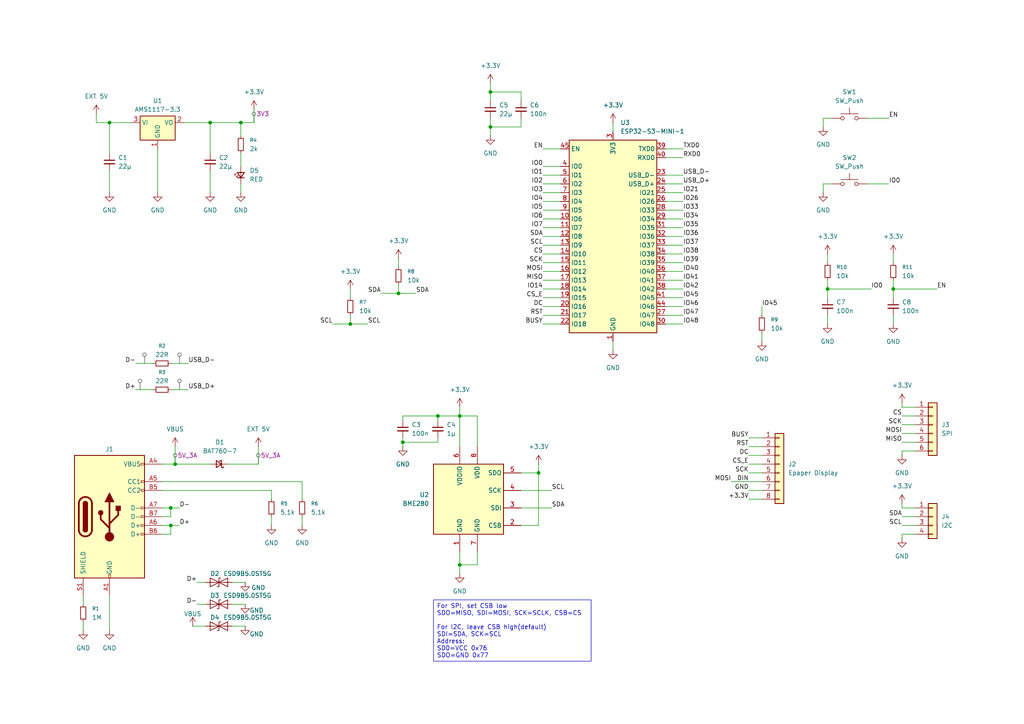
<source format=kicad_sch>
(kicad_sch (version 20250114) (generator "eeschema") (generator_version "9.0")
  (paper "A4")
  (lib_symbols
    (symbol "Connector:USB_C_Receptacle_USB2.0_14P" (pin_names (offset 1.016))
      (property "Reference" "J" (at 0 22.225 0))
      (property "Value" "USB_C_Receptacle_USB2.0_14P" (at 0 19.685 0))
      (symbol "USB_C_Receptacle_USB2.0_14P_1_1"
        (pin passive line (at -7.62 -22.86 90) (length 5.08) (name "SHIELD") (number "S1"))
        (pin passive line (at 0 -22.86 90) (length 5.08) (name "GND") (number "A1"))
        (pin passive line (at 0 -22.86 90) (length 5.08) (hide yes) (name "GND") (number "A12"))
        (pin passive line (at 0 -22.86 90) (length 5.08) (hide yes) (name "GND") (number "B1"))
        (pin passive line (at 0 -22.86 90) (length 5.08) (hide yes) (name "GND") (number "B12"))
        (pin passive line (at 15.24 15.24 180) (length 5.08) (name "VBUS") (number "A4"))
        (pin passive line (at 15.24 15.24 180) (length 5.08) (hide yes) (name "VBUS") (number "A9"))
        (pin passive line (at 15.24 15.24 180) (length 5.08) (hide yes) (name "VBUS") (number "B4"))
        (pin passive line (at 15.24 15.24 180) (length 5.08) (hide yes) (name "VBUS") (number "B9"))
        (pin bidirectional line (at 15.24 10.16 180) (length 5.08) (name "CC1") (number "A5"))
        (pin bidirectional line (at 15.24 7.62 180) (length 5.08) (name "CC2") (number "B5"))
        (pin bidirectional line (at 15.24 2.54 180) (length 5.08) (name "D-") (number "A7"))
        (pin bidirectional line (at 15.24 0 180) (length 5.08) (name "D-") (number "B7"))
        (pin bidirectional line (at 15.24 -2.54 180) (length 5.08) (name "D+") (number "A6"))
        (pin bidirectional line (at 15.24 -5.08 180) (length 5.08) (name "D+") (number "B6"))
      )
    )
    (symbol "Connector_Generic:Conn_01x04" (pin_names (offset 1.016) (hide yes))
      (property "Reference" "J" (at 0 5.08 0))
      (property "Value" "Conn_01x04" (at 0 -7.62 0))
      (symbol "Conn_01x04_1_1"
        (pin passive line (at -5.08 2.54 0) (length 3.81) (name "Pin_1") (number "1"))
        (pin passive line (at -5.08 0 0) (length 3.81) (name "Pin_2") (number "2"))
        (pin passive line (at -5.08 -2.54 0) (length 3.81) (name "Pin_3") (number "3"))
        (pin passive line (at -5.08 -5.08 0) (length 3.81) (name "Pin_4") (number "4"))
      )
    )
    (symbol "Connector_Generic:Conn_01x06" (pin_names (offset 1.016) (hide yes))
      (property "Reference" "J" (at 0 7.62 0))
      (property "Value" "Conn_01x06" (at 0 -10.16 0))
      (symbol "Conn_01x06_1_1"
        (pin passive line (at -5.08 5.08 0) (length 3.81) (name "Pin_1") (number "1"))
        (pin passive line (at -5.08 2.54 0) (length 3.81) (name "Pin_2") (number "2"))
        (pin passive line (at -5.08 0 0) (length 3.81) (name "Pin_3") (number "3"))
        (pin passive line (at -5.08 -2.54 0) (length 3.81) (name "Pin_4") (number "4"))
        (pin passive line (at -5.08 -5.08 0) (length 3.81) (name "Pin_5") (number "5"))
        (pin passive line (at -5.08 -7.62 0) (length 3.81) (name "Pin_6") (number "6"))
      )
    )
    (symbol "Connector_Generic:Conn_01x08" (pin_names (offset 1.016) (hide yes))
      (property "Reference" "J" (at 0 10.16 0))
      (property "Value" "Conn_01x08" (at 0 -12.7 0))
      (symbol "Conn_01x08_1_1"
        (pin passive line (at -5.08 7.62 0) (length 3.81) (name "Pin_1") (number "1"))
        (pin passive line (at -5.08 5.08 0) (length 3.81) (name "Pin_2") (number "2"))
        (pin passive line (at -5.08 2.54 0) (length 3.81) (name "Pin_3") (number "3"))
        (pin passive line (at -5.08 0 0) (length 3.81) (name "Pin_4") (number "4"))
        (pin passive line (at -5.08 -2.54 0) (length 3.81) (name "Pin_5") (number "5"))
        (pin passive line (at -5.08 -5.08 0) (length 3.81) (name "Pin_6") (number "6"))
        (pin passive line (at -5.08 -7.62 0) (length 3.81) (name "Pin_7") (number "7"))
        (pin passive line (at -5.08 -10.16 0) (length 3.81) (name "Pin_8") (number "8"))
      )
    )
    (symbol "Device:C_Small" (pin_numbers (hide yes)) (pin_names (offset 0.254) (hide yes))
      (property "Reference" "C" (at 0.254 1.778 0))
      (property "Value" "C_Small" (at 0.254 -2.032 0))
      (symbol "C_Small_1_1"
        (pin passive line (at 0 2.54 270) (length 2.032) (name "~") (number "1"))
        (pin passive line (at 0 -2.54 90) (length 2.032) (name "~") (number "2"))
      )
    )
    (symbol "Device:D_Schottky_Small" (pin_numbers (hide yes)) (pin_names (offset 0.254) (hide yes))
      (property "Reference" "D" (at -1.27 2.032 0))
      (property "Value" "D_Schottky_Small" (at -7.112 -2.032 0))
      (symbol "D_Schottky_Small_1_1"
        (pin passive line (at -2.54 0 0) (length 1.778) (name "K") (number "1"))
        (pin passive line (at 2.54 0 180) (length 1.778) (name "A") (number "2"))
      )
    )
    (symbol "Device:LED_Small" (pin_numbers (hide yes)) (pin_names (offset 0.254) (hide yes))
      (property "Reference" "D" (at -1.27 3.175 0))
      (property "Value" "LED_Small" (at -4.445 -2.54 0))
      (symbol "LED_Small_1_1"
        (pin passive line (at -2.54 0 0) (length 1.778) (name "K") (number "1"))
        (pin passive line (at 2.54 0 180) (length 1.778) (name "A") (number "2"))
      )
    )
    (symbol "Device:R_Small" (pin_numbers (hide yes)) (pin_names (offset 0.254) (hide yes))
      (property "Reference" "R" (at 0 0 90))
      (property "Value" "R_Small" (at 1.778 0 90))
      (symbol "R_Small_1_1"
        (pin passive line (at 0 2.54 270) (length 0.762) (name "~") (number "1"))
        (pin passive line (at 0 -2.54 90) (length 0.762) (name "~") (number "2"))
      )
    )
    (symbol "Diode:ESD9B5.0ST5G" (pin_numbers (hide yes)) (pin_names (offset 1.016) (hide yes))
      (property "Reference" "D" (at 0 2.54 0))
      (property "Value" "ESD9B5.0ST5G" (at 0 -2.54 0))
      (symbol "ESD9B5.0ST5G_1_1"
        (pin passive line (at -3.81 0 0) (length 2.54) (name "A1") (number "1"))
        (pin passive line (at 3.81 0 180) (length 2.54) (name "A2") (number "2"))
      )
    )
    (symbol "RF_Module:ESP32-S3-MINI-1"
      (property "Reference" "U" (at -11.43 29.21 0))
      (property "Value" "ESP32-S3-MINI-1" (at 12.7 29.21 0))
      (symbol "ESP32-S3-MINI-1_1_1"
        (pin input line (at -15.24 25.4 0) (length 2.54) (name "EN") (number "45"))
        (pin bidirectional line (at -15.24 20.32 0) (length 2.54) (name "IO0") (number "4"))
        (pin bidirectional line (at -15.24 17.78 0) (length 2.54) (name "IO1") (number "5"))
        (pin bidirectional line (at -15.24 15.24 0) (length 2.54) (name "IO2") (number "6"))
        (pin bidirectional line (at -15.24 12.7 0) (length 2.54) (name "IO3") (number "7"))
        (pin bidirectional line (at -15.24 10.16 0) (length 2.54) (name "IO4") (number "8"))
        (pin bidirectional line (at -15.24 7.62 0) (length 2.54) (name "IO5") (number "9"))
        (pin bidirectional line (at -15.24 5.08 0) (length 2.54) (name "IO6") (number "10"))
        (pin bidirectional line (at -15.24 2.54 0) (length 2.54) (name "IO7") (number "11"))
        (pin bidirectional line (at -15.24 0 0) (length 2.54) (name "IO8") (number "12"))
        (pin bidirectional line (at -15.24 -2.54 0) (length 2.54) (name "IO9") (number "13"))
        (pin bidirectional line (at -15.24 -5.08 0) (length 2.54) (name "IO10") (number "14"))
        (pin bidirectional line (at -15.24 -7.62 0) (length 2.54) (name "IO11") (number "15"))
        (pin bidirectional line (at -15.24 -10.16 0) (length 2.54) (name "IO12") (number "16"))
        (pin bidirectional line (at -15.24 -12.7 0) (length 2.54) (name "IO13") (number "17"))
        (pin bidirectional line (at -15.24 -15.24 0) (length 2.54) (name "IO14") (number "18"))
        (pin bidirectional line (at -15.24 -17.78 0) (length 2.54) (name "IO15") (number "19"))
        (pin bidirectional line (at -15.24 -20.32 0) (length 2.54) (name "IO16") (number "20"))
        (pin bidirectional line (at -15.24 -22.86 0) (length 2.54) (name "IO17") (number "21"))
        (pin bidirectional line (at -15.24 -25.4 0) (length 2.54) (name "IO18") (number "22"))
        (pin power_in line (at 0 30.48 270) (length 2.54) (name "3V3") (number "3"))
        (pin power_in line (at 0 -30.48 90) (length 2.54) (name "GND") (number "1"))
        (pin passive line (at 0 -30.48 90) (length 2.54) (hide yes) (name "GND") (number "2"))
        (pin passive line (at 0 -30.48 90) (length 2.54) (hide yes) (name "GND") (number "42"))
        (pin passive line (at 0 -30.48 90) (length 2.54) (hide yes) (name "GND") (number "43"))
        (pin passive line (at 0 -30.48 90) (length 2.54) (hide yes) (name "GND") (number "46"))
        (pin passive line (at 0 -30.48 90) (length 2.54) (hide yes) (name "GND") (number "47"))
        (pin passive line (at 0 -30.48 90) (length 2.54) (hide yes) (name "GND") (number "48"))
        (pin passive line (at 0 -30.48 90) (length 2.54) (hide yes) (name "GND") (number "49"))
        (pin passive line (at 0 -30.48 90) (length 2.54) (hide yes) (name "GND") (number "50"))
        (pin passive line (at 0 -30.48 90) (length 2.54) (hide yes) (name "GND") (number "51"))
        (pin passive line (at 0 -30.48 90) (length 2.54) (hide yes) (name "GND") (number "52"))
        (pin passive line (at 0 -30.48 90) (length 2.54) (hide yes) (name "GND") (number "53"))
        (pin passive line (at 0 -30.48 90) (length 2.54) (hide yes) (name "GND") (number "54"))
        (pin passive line (at 0 -30.48 90) (length 2.54) (hide yes) (name "GND") (number "55"))
        (pin passive line (at 0 -30.48 90) (length 2.54) (hide yes) (name "GND") (number "56"))
        (pin passive line (at 0 -30.48 90) (length 2.54) (hide yes) (name "GND") (number "57"))
        (pin passive line (at 0 -30.48 90) (length 2.54) (hide yes) (name "GND") (number "58"))
        (pin passive line (at 0 -30.48 90) (length 2.54) (hide yes) (name "GND") (number "59"))
        (pin passive line (at 0 -30.48 90) (length 2.54) (hide yes) (name "GND") (number "60"))
        (pin passive line (at 0 -30.48 90) (length 2.54) (hide yes) (name "GND") (number "61"))
        (pin passive line (at 0 -30.48 90) (length 2.54) (hide yes) (name "GND") (number "62"))
        (pin passive line (at 0 -30.48 90) (length 2.54) (hide yes) (name "GND") (number "63"))
        (pin passive line (at 0 -30.48 90) (length 2.54) (hide yes) (name "GND") (number "64"))
        (pin passive line (at 0 -30.48 90) (length 2.54) (hide yes) (name "GND") (number "65"))
        (pin bidirectional line (at 15.24 25.4 180) (length 2.54) (name "TXD0") (number "39"))
        (pin bidirectional line (at 15.24 22.86 180) (length 2.54) (name "RXD0") (number "40"))
        (pin bidirectional line (at 15.24 17.78 180) (length 2.54) (name "USB_D-") (number "23"))
        (pin bidirectional line (at 15.24 15.24 180) (length 2.54) (name "USB_D+") (number "24"))
        (pin bidirectional line (at 15.24 12.7 180) (length 2.54) (name "IO21") (number "25"))
        (pin bidirectional line (at 15.24 10.16 180) (length 2.54) (name "IO26") (number "26"))
        (pin bidirectional line (at 15.24 7.62 180) (length 2.54) (name "IO33") (number "28"))
        (pin bidirectional line (at 15.24 5.08 180) (length 2.54) (name "IO34") (number "29"))
        (pin bidirectional line (at 15.24 2.54 180) (length 2.54) (name "IO35") (number "31"))
        (pin bidirectional line (at 15.24 0 180) (length 2.54) (name "IO36") (number "32"))
        (pin bidirectional line (at 15.24 -2.54 180) (length 2.54) (name "IO37") (number "33"))
        (pin bidirectional line (at 15.24 -5.08 180) (length 2.54) (name "IO38") (number "34"))
        (pin bidirectional line (at 15.24 -7.62 180) (length 2.54) (name "IO39") (number "35"))
        (pin bidirectional line (at 15.24 -10.16 180) (length 2.54) (name "IO40") (number "36"))
        (pin bidirectional line (at 15.24 -12.7 180) (length 2.54) (name "IO41") (number "37"))
        (pin bidirectional line (at 15.24 -15.24 180) (length 2.54) (name "IO42") (number "38"))
        (pin bidirectional line (at 15.24 -17.78 180) (length 2.54) (name "IO45") (number "41"))
        (pin bidirectional line (at 15.24 -20.32 180) (length 2.54) (name "IO46") (number "44"))
        (pin bidirectional line (at 15.24 -22.86 180) (length 2.54) (name "IO47") (number "27"))
        (pin bidirectional line (at 15.24 -25.4 180) (length 2.54) (name "IO48") (number "30"))
      )
    )
    (symbol "Regulator_Linear:AMS1117-3.3"
      (property "Reference" "U" (at -3.81 3.175 0))
      (property "Value" "AMS1117-3.3" (at 0 3.175 0))
      (symbol "AMS1117-3.3_1_1"
        (pin power_in line (at -7.62 0 0) (length 2.54) (name "VI") (number "3"))
        (pin power_in line (at 0 -7.62 90) (length 2.54) (name "GND") (number "1"))
        (pin power_out line (at 7.62 0 180) (length 2.54) (name "VO") (number "2"))
      )
    )
    (symbol "Sensor:BME280"
      (property "Reference" "U" (at -8.89 11.43 0))
      (property "Value" "BME280" (at 7.62 11.43 0))
      (symbol "BME280_1_1"
        (pin power_in line (at -2.54 15.24 270) (length 5.08) (name "VDDIO") (number "6"))
        (pin power_in line (at -2.54 -15.24 90) (length 5.08) (name "GND") (number "1"))
        (pin power_in line (at 2.54 15.24 270) (length 5.08) (name "VDD") (number "8"))
        (pin power_in line (at 2.54 -15.24 90) (length 5.08) (name "GND") (number "7"))
        (pin bidirectional line (at 15.24 7.62 180) (length 5.08) (name "SDO") (number "5"))
        (pin input line (at 15.24 2.54 180) (length 5.08) (name "SCK") (number "4"))
        (pin bidirectional line (at 15.24 -2.54 180) (length 5.08) (name "SDI") (number "3"))
        (pin input line (at 15.24 -7.62 180) (length 5.08) (name "CSB") (number "2"))
      )
    )
    (symbol "Switch:SW_Push" (pin_numbers (hide yes)) (pin_names (offset 1.016) (hide yes))
      (property "Reference" "SW" (at 1.27 2.54 0))
      (property "Value" "SW_Push" (at 0 -1.524 0))
      (symbol "SW_Push_0_1"
        (pin passive line (at -5.08 0 0) (length 2.54) (name "1") (number "1"))
        (pin passive line (at 5.08 0 180) (length 2.54) (name "2") (number "2"))
      )
    )
    (symbol "power:+3.3V" (power) (pin_numbers (hide yes)) (pin_names (offset 0) (hide yes))
      (property "Value" "+3.3V" (at 0 3.556 0))
      (symbol "+3.3V_1_1"
        (pin power_in line (at 0 0 90) (length 0) (name "~") (number "1"))
      )
    )
    (symbol "power:GND" (power) (pin_numbers (hide yes)) (pin_names (offset 0) (hide yes))
      (property "Value" "GND" (at 0 -3.81 0))
      (symbol "GND_1_1"
        (pin power_in line (at 0 0 270) (length 0) (name "~") (number "1"))
      )
    )
    (symbol "power:LINE" (power) (pin_numbers (hide yes)) (pin_names (offset 0) (hide yes))
      (property "Value" "LINE" (at 0 3.556 0))
      (symbol "LINE_1_1"
        (pin power_in line (at 0 0 90) (length 0) (name "~") (number "1"))
      )
    )
    (symbol "power:VBUS" (power) (pin_numbers (hide yes)) (pin_names (offset 0) (hide yes))
      (property "Value" "VBUS" (at 0 3.556 0))
      (symbol "VBUS_1_1"
        (pin power_in line (at 0 0 90) (length 0) (name "~") (number "1"))
      )
    )
  )
  (text_box "For SPI, set CSB low\nSDO=MISO, SDI=MOSI, SCK=SCLK, CSB=CS\n\nFor I2C, leave CSB high(default)\nSDI=SDA, SCK=SCL\nAddress:\nSD0=VCC 0x76\nSDO=GND 0x77" (at 125.73 173.99 0) (size 45.72 17.78) (margins 0.9525 0.9525 0.9525 0.9525) (effects (font (size 1.27 1.27)) (justify left top)))
  (junction (at 115.57 85.09))
  (junction (at 156.21 137.16))
  (junction (at 116.84 128.27))
  (junction (at 31.75 35.56))
  (junction (at 50.8 134.62))
  (junction (at 49.53 152.4))
  (junction (at 142.24 36.83))
  (junction (at 259.08 83.82))
  (junction (at 101.6 93.98))
  (junction (at 60.96 35.56))
  (junction (at 133.35 120.65))
  (junction (at 49.53 147.32))
  (junction (at 69.85 35.56))
  (junction (at 142.24 26.67))
  (junction (at 240.03 83.82))
  (junction (at 133.35 163.83))
  (junction (at 127 120.65))
  (wire (pts (xy 193.04 66.04) (xy 198.12 66.04)))
  (wire (pts (xy 156.21 137.16) (xy 156.21 152.4)))
  (wire (pts (xy 151.13 147.32) (xy 160.02 147.32)))
  (wire (pts (xy 261.62 123.19) (xy 265.43 123.19)))
  (wire (pts (xy 240.03 73.66) (xy 240.03 76.2)))
  (wire (pts (xy 162.56 93.98) (xy 157.48 93.98)))
  (wire (pts (xy 261.62 156.21) (xy 261.62 154.94)))
  (wire (pts (xy 251.46 34.29) (xy 257.81 34.29)))
  (wire (pts (xy 240.03 81.28) (xy 240.03 83.82)))
  (wire (pts (xy 162.56 83.82) (xy 157.48 83.82)))
  (wire (pts (xy 217.17 129.54) (xy 220.98 129.54)))
  (wire (pts (xy 193.04 71.12) (xy 198.12 71.12)))
  (wire (pts (xy 241.3 53.34) (xy 238.76 53.34)))
  (wire (pts (xy 142.24 24.13) (xy 142.24 26.67)))
  (wire (pts (xy 151.13 29.21) (xy 151.13 26.67)))
  (wire (pts (xy 27.94 33.02) (xy 27.94 35.56)))
  (wire (pts (xy 46.99 152.4) (xy 49.53 152.4)))
  (wire (pts (xy 50.8 129.54) (xy 50.8 134.62)))
  (wire (pts (xy 116.84 120.65) (xy 127 120.65)))
  (wire (pts (xy 138.43 160.02) (xy 138.43 163.83)))
  (wire (pts (xy 157.48 43.18) (xy 162.56 43.18)))
  (wire (pts (xy 156.21 134.62) (xy 156.21 137.16)))
  (wire (pts (xy 193.04 73.66) (xy 198.12 73.66)))
  (wire (pts (xy 142.24 26.67) (xy 142.24 29.21)))
  (wire (pts (xy 142.24 36.83) (xy 151.13 36.83)))
  (wire (pts (xy 193.04 55.88) (xy 198.12 55.88)))
  (wire (pts (xy 193.04 83.82) (xy 198.12 83.82)))
  (wire (pts (xy 193.04 45.72) (xy 198.12 45.72)))
  (wire (pts (xy 217.17 144.78) (xy 220.98 144.78)))
  (wire (pts (xy 69.85 35.56) (xy 69.85 39.37)))
  (wire (pts (xy 69.85 44.45) (xy 69.85 48.26)))
  (wire (pts (xy 116.84 128.27) (xy 116.84 129.54)))
  (wire (pts (xy 50.8 134.62) (xy 60.96 134.62)))
  (wire (pts (xy 151.13 142.24) (xy 160.02 142.24)))
  (wire (pts (xy 73.66 31.75) (xy 73.66 35.56)))
  (wire (pts (xy 193.04 93.98) (xy 198.12 93.98)))
  (wire (pts (xy 162.56 50.8) (xy 157.48 50.8)))
  (wire (pts (xy 261.62 120.65) (xy 265.43 120.65)))
  (wire (pts (xy 193.04 58.42) (xy 198.12 58.42)))
  (wire (pts (xy 87.63 139.7) (xy 87.63 144.78)))
  (wire (pts (xy 115.57 74.93) (xy 115.57 77.47)))
  (wire (pts (xy 27.94 35.56) (xy 31.75 35.56)))
  (wire (pts (xy 261.62 149.86) (xy 265.43 149.86)))
  (wire (pts (xy 24.13 180.34) (xy 24.13 182.88)))
  (wire (pts (xy 217.17 142.24) (xy 220.98 142.24)))
  (wire (pts (xy 31.75 44.45) (xy 31.75 35.56)))
  (wire (pts (xy 78.74 149.86) (xy 78.74 152.4)))
  (wire (pts (xy 87.63 149.86) (xy 87.63 152.4)))
  (wire (pts (xy 162.56 63.5) (xy 157.48 63.5)))
  (wire (pts (xy 212.09 139.7) (xy 220.98 139.7)))
  (wire (pts (xy 115.57 85.09) (xy 120.65 85.09)))
  (wire (pts (xy 127 127) (xy 127 128.27)))
  (wire (pts (xy 193.04 63.5) (xy 198.12 63.5)))
  (wire (pts (xy 151.13 26.67) (xy 142.24 26.67)))
  (wire (pts (xy 151.13 34.29) (xy 151.13 36.83)))
  (wire (pts (xy 220.98 88.9) (xy 220.98 91.44)))
  (wire (pts (xy 46.99 149.86) (xy 49.53 149.86)))
  (wire (pts (xy 67.31 181.61) (xy 71.12 181.61)))
  (wire (pts (xy 259.08 83.82) (xy 271.78 83.82)))
  (wire (pts (xy 101.6 93.98) (xy 106.68 93.98)))
  (wire (pts (xy 39.37 113.03) (xy 44.45 113.03)))
  (wire (pts (xy 261.62 147.32) (xy 265.43 147.32)))
  (wire (pts (xy 110.49 85.09) (xy 115.57 85.09)))
  (wire (pts (xy 240.03 83.82) (xy 240.03 86.36)))
  (wire (pts (xy 162.56 73.66) (xy 157.48 73.66)))
  (wire (pts (xy 193.04 43.18) (xy 198.12 43.18)))
  (wire (pts (xy 133.35 118.11) (xy 133.35 120.65)))
  (wire (pts (xy 116.84 121.92) (xy 116.84 120.65)))
  (wire (pts (xy 238.76 34.29) (xy 238.76 36.83)))
  (wire (pts (xy 55.88 181.61) (xy 59.69 181.61)))
  (wire (pts (xy 193.04 53.34) (xy 198.12 53.34)))
  (wire (pts (xy 259.08 91.44) (xy 259.08 93.98)))
  (wire (pts (xy 115.57 82.55) (xy 115.57 85.09)))
  (wire (pts (xy 217.17 127) (xy 220.98 127)))
  (wire (pts (xy 73.66 35.56) (xy 69.85 35.56)))
  (wire (pts (xy 240.03 91.44) (xy 240.03 93.98)))
  (wire (pts (xy 49.53 154.94) (xy 49.53 152.4)))
  (wire (pts (xy 162.56 81.28) (xy 157.48 81.28)))
  (wire (pts (xy 46.99 147.32) (xy 49.53 147.32)))
  (wire (pts (xy 193.04 88.9) (xy 198.12 88.9)))
  (wire (pts (xy 217.17 137.16) (xy 220.98 137.16)))
  (wire (pts (xy 46.99 142.24) (xy 78.74 142.24)))
  (wire (pts (xy 217.17 132.08) (xy 220.98 132.08)))
  (wire (pts (xy 46.99 134.62) (xy 50.8 134.62)))
  (wire (pts (xy 96.52 93.98) (xy 101.6 93.98)))
  (wire (pts (xy 101.6 91.44) (xy 101.6 93.98)))
  (wire (pts (xy 162.56 68.58) (xy 157.48 68.58)))
  (wire (pts (xy 31.75 172.72) (xy 31.75 182.88)))
  (wire (pts (xy 133.35 120.65) (xy 138.43 120.65)))
  (wire (pts (xy 261.62 130.81) (xy 261.62 132.08)))
  (wire (pts (xy 127 121.92) (xy 127 120.65)))
  (wire (pts (xy 261.62 152.4) (xy 265.43 152.4)))
  (wire (pts (xy 162.56 58.42) (xy 157.48 58.42)))
  (wire (pts (xy 49.53 152.4) (xy 52.07 152.4)))
  (wire (pts (xy 193.04 81.28) (xy 198.12 81.28)))
  (wire (pts (xy 53.34 35.56) (xy 60.96 35.56)))
  (wire (pts (xy 162.56 76.2) (xy 157.48 76.2)))
  (wire (pts (xy 24.13 172.72) (xy 24.13 175.26)))
  (wire (pts (xy 177.8 35.56) (xy 177.8 38.1)))
  (wire (pts (xy 265.43 130.81) (xy 261.62 130.81)))
  (wire (pts (xy 142.24 34.29) (xy 142.24 36.83)))
  (wire (pts (xy 217.17 134.62) (xy 220.98 134.62)))
  (wire (pts (xy 46.99 139.7) (xy 87.63 139.7)))
  (wire (pts (xy 78.74 142.24) (xy 78.74 144.78)))
  (wire (pts (xy 127 120.65) (xy 133.35 120.65)))
  (wire (pts (xy 69.85 53.34) (xy 69.85 55.88)))
  (wire (pts (xy 31.75 35.56) (xy 38.1 35.56)))
  (wire (pts (xy 193.04 50.8) (xy 198.12 50.8)))
  (wire (pts (xy 116.84 127) (xy 116.84 128.27)))
  (wire (pts (xy 74.93 129.54) (xy 74.93 134.62)))
  (wire (pts (xy 49.53 149.86) (xy 49.53 147.32)))
  (wire (pts (xy 238.76 53.34) (xy 238.76 55.88)))
  (wire (pts (xy 133.35 160.02) (xy 133.35 163.83)))
  (wire (pts (xy 39.37 105.41) (xy 44.45 105.41)))
  (wire (pts (xy 193.04 91.44) (xy 198.12 91.44)))
  (wire (pts (xy 259.08 83.82) (xy 259.08 86.36)))
  (wire (pts (xy 67.31 168.91) (xy 71.12 168.91)))
  (wire (pts (xy 116.84 128.27) (xy 127 128.27)))
  (wire (pts (xy 177.8 99.06) (xy 177.8 101.6)))
  (wire (pts (xy 261.62 154.94) (xy 265.43 154.94)))
  (wire (pts (xy 259.08 73.66) (xy 259.08 76.2)))
  (wire (pts (xy 261.62 128.27) (xy 265.43 128.27)))
  (wire (pts (xy 66.04 134.62) (xy 74.93 134.62)))
  (wire (pts (xy 261.62 146.05) (xy 261.62 147.32)))
  (wire (pts (xy 240.03 83.82) (xy 252.73 83.82)))
  (wire (pts (xy 138.43 120.65) (xy 138.43 129.54)))
  (wire (pts (xy 49.53 105.41) (xy 54.61 105.41)))
  (wire (pts (xy 162.56 55.88) (xy 157.48 55.88)))
  (wire (pts (xy 193.04 86.36) (xy 198.12 86.36)))
  (wire (pts (xy 193.04 60.96) (xy 198.12 60.96)))
  (wire (pts (xy 151.13 137.16) (xy 156.21 137.16)))
  (wire (pts (xy 261.62 116.84) (xy 261.62 118.11)))
  (wire (pts (xy 46.99 154.94) (xy 49.53 154.94)))
  (wire (pts (xy 57.15 168.91) (xy 59.69 168.91)))
  (wire (pts (xy 60.96 55.88) (xy 60.96 49.53)))
  (wire (pts (xy 57.15 175.26) (xy 59.69 175.26)))
  (wire (pts (xy 138.43 163.83) (xy 133.35 163.83)))
  (wire (pts (xy 142.24 36.83) (xy 142.24 39.37)))
  (wire (pts (xy 261.62 118.11) (xy 265.43 118.11)))
  (wire (pts (xy 193.04 68.58) (xy 198.12 68.58)))
  (wire (pts (xy 193.04 76.2) (xy 198.12 76.2)))
  (wire (pts (xy 101.6 83.82) (xy 101.6 86.36)))
  (wire (pts (xy 49.53 113.03) (xy 54.61 113.03)))
  (wire (pts (xy 220.98 96.52) (xy 220.98 99.06)))
  (wire (pts (xy 133.35 163.83) (xy 133.35 166.37)))
  (wire (pts (xy 162.56 66.04) (xy 157.48 66.04)))
  (wire (pts (xy 162.56 88.9) (xy 157.48 88.9)))
  (wire (pts (xy 162.56 78.74) (xy 157.48 78.74)))
  (wire (pts (xy 67.31 175.26) (xy 71.12 175.26)))
  (wire (pts (xy 193.04 78.74) (xy 198.12 78.74)))
  (wire (pts (xy 241.3 34.29) (xy 238.76 34.29)))
  (wire (pts (xy 60.96 35.56) (xy 60.96 44.45)))
  (wire (pts (xy 162.56 86.36) (xy 157.48 86.36)))
  (wire (pts (xy 162.56 71.12) (xy 157.48 71.12)))
  (wire (pts (xy 162.56 60.96) (xy 157.48 60.96)))
  (wire (pts (xy 162.56 91.44) (xy 157.48 91.44)))
  (wire (pts (xy 49.53 147.32) (xy 52.07 147.32)))
  (wire (pts (xy 259.08 81.28) (xy 259.08 83.82)))
  (wire (pts (xy 162.56 53.34) (xy 157.48 53.34)))
  (wire (pts (xy 133.35 120.65) (xy 133.35 129.54)))
  (wire (pts (xy 151.13 152.4) (xy 156.21 152.4)))
  (wire (pts (xy 261.62 125.73) (xy 265.43 125.73)))
  (wire (pts (xy 162.56 48.26) (xy 157.48 48.26)))
  (wire (pts (xy 251.46 53.34) (xy 257.81 53.34)))
  (wire (pts (xy 45.72 43.18) (xy 45.72 55.88)))
  (wire (pts (xy 31.75 55.88) (xy 31.75 49.53)))
  (wire (pts (xy 60.96 35.56) (xy 69.85 35.56)))
  (label "BUSY" (at 217.17 127 180))
  (label "D+" (at 57.15 168.91 180))
  (label "IO3" (at 157.48 55.88 180))
  (label "IO36" (at 198.12 68.58 0))
  (label "CS_E" (at 217.17 134.62 180))
  (label "MOSI" (at 157.48 78.74 180))
  (label "MOSI" (at 261.62 125.73 180))
  (label "IO33" (at 198.12 60.96 0))
  (label "IO40" (at 198.12 78.74 0))
  (label "SCL" (at 96.52 93.98 180))
  (label "SCK" (at 217.17 137.16 180))
  (label "SCL" (at 160.02 142.24 0))
  (label "TXD0" (at 198.12 43.18 0))
  (label "IO2" (at 157.48 53.34 180))
  (label "RST" (at 157.48 91.44 180))
  (label "IO41" (at 198.12 81.28 0))
  (label "DC" (at 217.17 132.08 180))
  (label "D-" (at 57.15 175.26 180))
  (label "EN" (at 271.78 83.82 0))
  (label "IO0" (at 157.48 48.26 180))
  (label "USB_D-" (at 54.61 105.41 0))
  (label "CS" (at 261.62 120.65 180))
  (label "SDA" (at 160.02 147.32 0))
  (label "SDA" (at 261.62 149.86 180))
  (label "IO42" (at 198.12 83.82 0))
  (label "IO26" (at 198.12 58.42 0))
  (label "D+" (at 52.07 152.4 0))
  (label "SCK" (at 157.48 76.2 180))
  (label "IO39" (at 198.12 76.2 0))
  (label "CS_E" (at 157.48 86.36 180))
  (label "BUSY" (at 157.48 93.98 180))
  (label "USB_D+" (at 54.61 113.03 0))
  (label "IO35" (at 198.12 66.04 0))
  (label "D-" (at 52.07 147.32 0))
  (label "IO45" (at 198.12 86.36 0))
  (label "CS" (at 157.48 73.66 180))
  (label "EN" (at 257.81 34.29 0))
  (label "IO46" (at 198.12 88.9 0))
  (label "IO5" (at 157.48 60.96 180))
  (label "SDA" (at 110.49 85.09 180))
  (label "IO6" (at 157.48 63.5 180))
  (label "USB_D-" (at 198.12 50.8 0))
  (label "SCL" (at 106.68 93.98 0))
  (label "IO0" (at 252.73 83.82 0))
  (label "SDA" (at 157.48 68.58 180))
  (label "RST" (at 217.17 129.54 180))
  (label "DIN" (at 217.17 139.7 180))
  (label "IO34" (at 198.12 63.5 0))
  (label "RXD0" (at 198.12 45.72 0))
  (label "SDA" (at 120.65 85.09 0))
  (label "+3.3V" (at 217.17 144.78 180))
  (label "MOSI" (at 212.09 139.7 180))
  (label "IO38" (at 198.12 73.66 0))
  (label "GND" (at 217.17 142.24 180))
  (label "D-" (at 39.37 105.41 180))
  (label "IO7" (at 157.48 66.04 180))
  (label "IO48" (at 198.12 93.98 0))
  (label "MISO" (at 261.62 128.27 180))
  (label "SCK" (at 261.62 123.19 180))
  (label "SCL" (at 157.48 71.12 180))
  (label "IO14" (at 157.48 83.82 180))
  (label "MISO" (at 157.48 81.28 180))
  (label "IO4" (at 157.48 58.42 180))
  (label "SCL" (at 261.62 152.4 180))
  (label "IO45" (at 220.98 88.9 0))
  (label "IO37" (at 198.12 71.12 0))
  (label "IO21" (at 198.12 55.88 0))
  (label "DC" (at 157.48 88.9 180))
  (label "IO0" (at 257.81 53.34 0))
  (label "IO47" (at 198.12 91.44 0))
  (label "D+" (at 39.37 113.03 180))
  (label "USB_D+" (at 198.12 53.34 0))
  (label "IO1" (at 157.48 50.8 180))
  (label "EN" (at 157.48 43.18 180))
  (netclass_flag "" (length 2.54) (shape round) (at 52.07 113.03 0) (property "Netclass" "USB_DATA" (effects (hide yes))))
  (netclass_flag "" (length 2.54) (shape round) (at 40.64 113.03 0) (property "Netclass" "USB_DATA" (effects (hide yes))))
  (netclass_flag "" (length 2.54) (shape round) (at 74.93 134.62 0) (property "Netclass" "5V_3A" (at 75.6285 132.08 0) (effects (justify left))))
  (netclass_flag "" (length 2.54) (shape round) (at 73.66 35.56 0) (property "Netclass" "3V3" (at 74.3585 33.02 0) (effects (justify left))))
  (netclass_flag "" (length 2.54) (shape round) (at 41.91 105.41 0) (property "Netclass" "USB_DATA" (effects (hide yes))))
  (netclass_flag "" (length 2.54) (shape round) (at 50.8 134.62 0) (property "Netclass" "5V_3A" (at 51.4985 132.08 0) (effects (justify left))))
  (netclass_flag "" (length 2.54) (shape round) (at 52.07 105.41 0) (property "Netclass" "USB_DATA" (effects (hide yes))))
  (symbol (lib_id "Diode:ESD9B5.0ST5G") (at 63.5 168.91 180) (unit 1)
    (property "Reference" "D2" (at 60.96 166.37 0) (effects (justify right)))
    (property "Value" "ESD9B5.0ST5G" (at 64.7699 166.37 0) (effects (justify right)))
    (property "Footprint" "Diode_SMD:D_SOD-923" (effects (hide yes)))
    (property "Datasheet" "https://www.onsemi.com/pub/Collateral/ESD9B-D.PDF" (effects (hide yes)))
    (property "Description" "ESD protection diode, 5.0Vrwm, SOD-923" (effects (hide yes)))
    (property "LCSC" "C111566" (effects (hide yes)))
  )
  (symbol (lib_id "power:GND") (at 240.03 93.98 0) (unit 1)
    (property "Reference" "#PWR031" (effects (hide yes)))
    (property "Value" "GND" (at 240.03 99.06 0))
    (property "Description" "Power symbol creates a global label with name \"GND\" , ground" (effects (hide yes)))
  )
  (symbol (lib_id "Connector:USB_C_Receptacle_USB2.0_14P") (at 31.75 149.86 0) (unit 1)
    (property "Reference" "J1" (at 31.75 130.302 0))
    (property "Value" "USB_C_Receptacle_USB2.0_14P" (effects (hide yes)))
    (property "Footprint" "Connector_USB:USB_C_Receptacle_GCT_USB4105-xx-A_16P_TopMnt_Horizontal" (effects (hide yes)))
    (property "Datasheet" "https://www.usb.org/sites/default/files/documents/usb_type-c.zip" (effects (hide yes)))
    (property "Description" "USB 2.0-only 14P Type-C Receptacle connector" (effects (hide yes)))
    (property "LCSC" "C2765186" (effects (hide yes)))
  )
  (symbol (lib_id "power:GND") (at 133.35 166.37 0) (unit 1)
    (property "Reference" "#PWR021" (effects (hide yes)))
    (property "Value" "GND" (at 133.35 171.45 0))
    (property "Description" "Power symbol creates a global label with name \"GND\" , ground" (effects (hide yes)))
  )
  (symbol (lib_id "power:+3.3V") (at 142.24 24.13 0) (unit 1)
    (property "Reference" "#PWR022" (effects (hide yes)))
    (property "Value" "+3.3V" (at 142.24 19.05 0))
    (property "Description" "Power symbol creates a global label with name \"+3.3V\"" (effects (hide yes)))
  )
  (symbol (lib_id "Device:R_Small") (at 259.08 78.74 0) (unit 1)
    (property "Reference" "R11" (at 261.62 77.4699 0) (effects (font (size 1.016 1.016)) (justify left)))
    (property "Value" "10k" (at 261.62 80.0099 0) (effects (justify left)))
    (property "Footprint" "R_0603_1608Metric_Pad0.98x0.95mm_HandSolder" (effects (hide yes)))
    (property "Description" "5%" (effects (hide yes)))
    (property "LCSC" "C2930027" (effects (hide yes)))
  )
  (symbol (lib_id "power:+3.3V") (at 73.66 31.75 0) (unit 1)
    (property "Reference" "#PWR013" (effects (hide yes)))
    (property "Value" "+3.3V" (at 73.66 26.67 0))
    (property "Description" "Power symbol creates a global label with name \"+3.3V\"" (effects (hide yes)))
  )
  (symbol (lib_id "power:+3.3V") (at 133.35 118.11 0) (unit 1)
    (property "Reference" "#PWR020" (effects (hide yes)))
    (property "Value" "+3.3V" (at 133.35 113.03 0))
    (property "Description" "Power symbol creates a global label with name \"+3.3V\"" (effects (hide yes)))
  )
  (symbol (lib_id "power:GND") (at 261.62 156.21 0) (unit 1)
    (property "Reference" "#PWR037" (effects (hide yes)))
    (property "Value" "GND" (at 261.62 161.29 0))
    (property "Description" "Power symbol creates a global label with name \"GND\" , ground" (effects (hide yes)))
  )
  (symbol (lib_id "Connector_Generic:Conn_01x04") (at 270.51 149.86 0) (unit 1)
    (property "Reference" "J4" (at 273.05 149.8599 0) (effects (justify left)))
    (property "Value" "I2C" (at 273.05 152.3999 0) (effects (justify left)))
    (property "Footprint" "Connector_JST:JST_PH_B4B-PH-K_1x04_P2.00mm_Vertical" (effects (hide yes)))
    (property "Description" "Generic connector, single row, 01x04, script generated (kicad-library-utils/schlib/autogen/connector/)" (effects (hide yes)))
  )
  (symbol (lib_id "Device:R_Small") (at 101.6 88.9 0) (unit 1)
    (property "Reference" "R7" (at 104.14 87.6299 0) (effects (font (size 1.016 1.016)) (justify left)))
    (property "Value" "10k" (at 104.14 90.1699 0) (effects (justify left)))
    (property "Footprint" "R_0603_1608Metric_Pad0.98x0.95mm_HandSolder" (effects (hide yes)))
    (property "Description" "5%" (effects (hide yes)))
    (property "LCSC" "C2930027" (effects (hide yes)))
  )
  (symbol (lib_id "power:+3.3V") (at 101.6 83.82 0) (unit 1)
    (property "Reference" "#PWR017" (effects (hide yes)))
    (property "Value" "+3.3V" (at 101.6 78.74 0))
    (property "Description" "Power symbol creates a global label with name \"+3.3V\"" (effects (hide yes)))
  )
  (symbol (lib_id "Regulator_Linear:AMS1117-3.3") (at 45.72 35.56 0) (unit 1)
    (property "Reference" "U1" (at 45.72 29.21 0))
    (property "Value" "AMS1117-3.3" (at 45.72 31.75 0))
    (property "Footprint" "Package_TO_SOT_SMD:SOT-223" (effects (hide yes)))
    (property "Datasheet" "http://www.advanced-monolithic.com/pdf/ds1117.pdf" (effects (hide yes)))
    (property "Description" "1A Low Dropout regulator, positive, 3.3V fixed output, SOT-223" (effects (hide yes)))
    (property "LCSC" "C347222" (effects (hide yes)))
  )
  (symbol (lib_id "Connector_Generic:Conn_01x08") (at 226.06 134.62 0) (unit 1)
    (property "Reference" "J2" (at 228.6 134.6199 0) (effects (justify left)))
    (property "Value" "Epaper Display" (at 228.6 137.1599 0) (effects (justify left)))
    (property "Footprint" "Connector_JST:JST_PH_B8B-PH-K_1x08_P2.00mm_Vertical" (effects (hide yes)))
    (property "Description" "Generic connector, single row, 01x08, script generated (kicad-library-utils/schlib/autogen/connector/)" (effects (hide yes)))
  )
  (symbol (lib_id "Device:R_Small") (at 24.13 177.8 0) (unit 1)
    (property "Reference" "R1" (at 26.67 176.5299 0) (effects (font (size 1.016 1.016)) (justify left)))
    (property "Value" "1M" (at 26.67 179.0699 0) (effects (justify left)))
    (property "Footprint" "R_0603_1608Metric_Pad0.98x0.95mm_HandSolder" (effects (hide yes)))
    (property "Description" "1%" (effects (hide yes)))
    (property "LCSC" "C22935" (effects (hide yes)))
  )
  (symbol (lib_id "power:+3.3V") (at 261.62 146.05 0) (unit 1)
    (property "Reference" "#PWR036" (effects (hide yes)))
    (property "Value" "+3.3V" (at 261.62 140.97 0))
    (property "Description" "Power symbol creates a global label with name \"+3.3V\"" (effects (hide yes)))
  )
  (symbol (lib_id "power:GND") (at 45.72 55.88 0) (unit 1)
    (property "Reference" "#PWR05" (effects (hide yes)))
    (property "Value" "GND" (at 45.72 60.96 0))
    (property "Description" "Power symbol creates a global label with name \"GND\" , ground" (effects (hide yes)))
  )
  (symbol (lib_id "Device:LED_Small") (at 69.85 50.8 90) (unit 1)
    (property "Reference" "D5" (at 72.39 49.4664 90) (effects (justify right)))
    (property "Value" "RED" (at 72.39 52.0064 90) (effects (justify right)))
    (property "Footprint" "LED_SMD:LED_0603_1608Metric_Pad1.05x0.95mm_HandSolder" (effects (hide yes)))
    (property "Description" "Light emitting diode, small symbol" (effects (hide yes)))
    (property "Sim.Pin" "1=K 2=A" (effects (hide yes)))
    (property "LCSC" "C19171390" (effects (hide yes)))
  )
  (symbol (lib_id "Device:C_Small") (at 116.84 124.46 0) (unit 1)
    (property "Reference" "C3" (at 119.38 123.1962 0) (effects (justify left)))
    (property "Value" "100n" (at 119.38 125.7362 0) (effects (justify left)))
    (property "Footprint" "Capacitor_SMD:C_0603_1608Metric_Pad1.08x0.95mm_HandSolder" (effects (hide yes)))
    (property "Description" "50V 10%" (effects (hide yes)))
    (property "LCSC" "C14663" (effects (hide yes)))
  )
  (symbol (lib_id "power:VBUS") (at 55.88 181.61 0) (unit 1)
    (property "Reference" "#PWR07" (effects (hide yes)))
    (property "Value" "VBUS" (at 55.88 178.054 0))
    (property "Description" "Power symbol creates a global label with name \"VBUS\"" (effects (hide yes)))
  )
  (symbol (lib_id "Diode:ESD9B5.0ST5G") (at 63.5 175.26 180) (unit 1)
    (property "Reference" "D3" (at 60.96 172.72 0) (effects (justify right)))
    (property "Value" "ESD9B5.0ST5G" (at 64.7699 172.72 0) (effects (justify right)))
    (property "Footprint" "Diode_SMD:D_SOD-923" (effects (hide yes)))
    (property "Datasheet" "https://www.onsemi.com/pub/Collateral/ESD9B-D.PDF" (effects (hide yes)))
    (property "Description" "ESD protection diode, 5.0Vrwm, SOD-923" (effects (hide yes)))
    (property "LCSC" "C111566" (effects (hide yes)))
  )
  (symbol (lib_id "power:VBUS") (at 50.8 129.54 0) (unit 1)
    (property "Reference" "#PWR06" (effects (hide yes)))
    (property "Value" "VBUS" (at 50.8 124.46 0))
    (property "Description" "Power symbol creates a global label with name \"VBUS\"" (effects (hide yes)))
  )
  (symbol (lib_id "power:GND") (at 31.75 55.88 0) (unit 1)
    (property "Reference" "#PWR03" (effects (hide yes)))
    (property "Value" "GND" (at 31.75 60.96 0))
    (property "Description" "Power symbol creates a global label with name \"GND\" , ground" (effects (hide yes)))
  )
  (symbol (lib_id "power:GND") (at 71.12 175.26 0) (unit 1)
    (property "Reference" "#PWR011" (effects (hide yes)))
    (property "Value" "GND" (at 74.422 177.038 0))
    (property "Description" "Power symbol creates a global label with name \"GND\" , ground" (effects (hide yes)))
  )
  (symbol (lib_id "Device:D_Schottky_Small") (at 63.5 134.62 180) (unit 1)
    (property "Reference" "D1" (at 63.754 128.27 0))
    (property "Value" "BAT760-7" (at 63.754 130.81 0))
    (property "Footprint" "Diode_SMD:D_SOD-323_HandSoldering" (effects (hide yes)))
    (property "Description" "Schottky diode, small symbol" (effects (hide yes)))
    (property "LCSC" "C27636120" (effects (hide yes)))
  )
  (symbol (lib_id "Device:C_Small") (at 142.24 31.75 0) (unit 1)
    (property "Reference" "C5" (at 144.78 30.4862 0) (effects (justify left)))
    (property "Value" "22µ" (at 144.78 33.0262 0) (effects (justify left)))
    (property "Footprint" "Capacitor_SMD:C_0603_1608Metric_Pad1.08x0.95mm_HandSolder" (effects (hide yes)))
    (property "Description" "10V 20%" (effects (hide yes)))
    (property "LCSC" "C86295" (effects (hide yes)))
  )
  (symbol (lib_id "Diode:ESD9B5.0ST5G") (at 63.5 181.61 180) (unit 1)
    (property "Reference" "D4" (at 60.96 179.07 0) (effects (justify right)))
    (property "Value" "ESD9B5.0ST5G" (at 64.7699 179.07 0) (effects (justify right)))
    (property "Footprint" "Diode_SMD:D_SOD-923" (effects (hide yes)))
    (property "Datasheet" "https://www.onsemi.com/pub/Collateral/ESD9B-D.PDF" (effects (hide yes)))
    (property "Description" "ESD protection diode, 5.0Vrwm, SOD-923" (effects (hide yes)))
    (property "LCSC" "C111566" (effects (hide yes)))
  )
  (symbol (lib_id "Device:C_Small") (at 151.13 31.75 0) (unit 1)
    (property "Reference" "C6" (at 153.67 30.4862 0) (effects (justify left)))
    (property "Value" "100n" (at 153.67 33.0262 0) (effects (justify left)))
    (property "Footprint" "Capacitor_SMD:C_0603_1608Metric_Pad1.08x0.95mm_HandSolder" (effects (hide yes)))
    (property "Description" "50V 10%" (effects (hide yes)))
    (property "LCSC" "C14663" (effects (hide yes)))
  )
  (symbol (lib_id "power:GND") (at 71.12 181.61 0) (unit 1)
    (property "Reference" "#PWR012" (effects (hide yes)))
    (property "Value" "GND" (at 74.422 183.896 0))
    (property "Description" "Power symbol creates a global label with name \"GND\" , ground" (effects (hide yes)))
  )
  (symbol (lib_id "power:+3.3V") (at 240.03 73.66 0) (unit 1)
    (property "Reference" "#PWR030" (effects (hide yes)))
    (property "Value" "+3.3V" (at 240.03 68.58 0))
    (property "Description" "Power symbol creates a global label with name \"+3.3V\"" (effects (hide yes)))
  )
  (symbol (lib_id "power:+3.3V") (at 156.21 134.62 0) (unit 1)
    (property "Reference" "#PWR024" (effects (hide yes)))
    (property "Value" "+3.3V" (at 156.21 129.54 0))
    (property "Description" "Power symbol creates a global label with name \"+3.3V\"" (effects (hide yes)))
  )
  (symbol (lib_id "power:GND") (at 31.75 182.88 0) (unit 1)
    (property "Reference" "#PWR04" (effects (hide yes)))
    (property "Value" "GND" (at 31.75 187.96 0))
    (property "Description" "Power symbol creates a global label with name \"GND\" , ground" (effects (hide yes)))
  )
  (symbol (lib_id "Device:R_Small") (at 46.99 105.41 90) (unit 1)
    (property "Reference" "R2" (at 46.99 100.33 90) (effects (font (size 1.016 1.016))))
    (property "Value" "22R" (at 46.99 102.87 90))
    (property "Footprint" "R_0603_1608Metric_Pad0.98x0.95mm_HandSolder" (effects (hide yes)))
    (property "Description" "1%" (effects (hide yes)))
    (property "LCSC" "C23345" (effects (hide yes)))
  )
  (symbol (lib_id "Device:C_Small") (at 31.75 46.99 0) (unit 1)
    (property "Reference" "C1" (at 34.29 45.7262 0) (effects (justify left)))
    (property "Value" "22µ" (at 34.29 48.2662 0) (effects (justify left)))
    (property "Footprint" "Capacitor_SMD:C_0603_1608Metric_Pad1.08x0.95mm_HandSolder" (effects (hide yes)))
    (property "Description" "10V 20%" (effects (hide yes)))
    (property "LCSC" "C86295" (effects (hide yes)))
  )
  (symbol (lib_id "power:GND") (at 220.98 99.06 0) (unit 1)
    (property "Reference" "#PWR027" (effects (hide yes)))
    (property "Value" "GND" (at 220.98 104.14 0))
    (property "Description" "Power symbol creates a global label with name \"GND\" , ground" (effects (hide yes)))
  )
  (symbol (lib_id "power:GND") (at 78.74 152.4 0) (unit 1)
    (property "Reference" "#PWR015" (effects (hide yes)))
    (property "Value" "GND" (at 78.74 157.48 0))
    (property "Description" "Power symbol creates a global label with name \"GND\" , ground" (effects (hide yes)))
  )
  (symbol (lib_id "power:GND") (at 142.24 39.37 0) (unit 1)
    (property "Reference" "#PWR023" (effects (hide yes)))
    (property "Value" "GND" (at 142.24 44.45 0))
    (property "Description" "Power symbol creates a global label with name \"GND\" , ground" (effects (hide yes)))
  )
  (symbol (lib_id "Device:R_Small") (at 115.57 80.01 0) (unit 1)
    (property "Reference" "R8" (at 118.11 78.7399 0) (effects (font (size 1.016 1.016)) (justify left)))
    (property "Value" "10k" (at 118.11 81.2799 0) (effects (justify left)))
    (property "Footprint" "R_0603_1608Metric_Pad0.98x0.95mm_HandSolder" (effects (hide yes)))
    (property "Description" "5%" (effects (hide yes)))
    (property "LCSC" "C2930027" (effects (hide yes)))
  )
  (symbol (lib_id "Switch:SW_Push") (at 246.38 53.34 0) (unit 1)
    (property "Reference" "SW2" (at 246.38 45.72 0))
    (property "Value" "SW_Push" (at 246.38 48.26 0))
    (property "Footprint" "Button_Switch_SMD:SW_Push_1P1T_NO_CK_KMR2" (effects (hide yes)))
    (property "Description" "Push button switch, generic, two pins" (effects (hide yes)))
    (property "LCSC" "C49393608" (effects (hide yes)))
  )
  (symbol (lib_id "Device:R_Small") (at 240.03 78.74 0) (unit 1)
    (property "Reference" "R10" (at 242.57 77.4699 0) (effects (font (size 1.016 1.016)) (justify left)))
    (property "Value" "10k" (at 242.57 80.0099 0) (effects (justify left)))
    (property "Footprint" "R_0603_1608Metric_Pad0.98x0.95mm_HandSolder" (effects (hide yes)))
    (property "Description" "5%" (effects (hide yes)))
    (property "LCSC" "C2930027" (effects (hide yes)))
  )
  (symbol (lib_id "power:GND") (at 69.85 55.88 0) (unit 1)
    (property "Reference" "#PWR09" (effects (hide yes)))
    (property "Value" "GND" (at 69.85 60.96 0))
    (property "Description" "Power symbol creates a global label with name \"GND\" , ground" (effects (hide yes)))
  )
  (symbol (lib_id "power:GND") (at 71.12 168.91 0) (unit 1)
    (property "Reference" "#PWR010" (effects (hide yes)))
    (property "Value" "GND" (at 74.93 170.434 0))
    (property "Description" "Power symbol creates a global label with name \"GND\" , ground" (effects (hide yes)))
  )
  (symbol (lib_id "power:GND") (at 261.62 132.08 0) (unit 1)
    (property "Reference" "#PWR035" (effects (hide yes)))
    (property "Value" "GND" (at 261.62 137.16 0))
    (property "Description" "Power symbol creates a global label with name \"GND\" , ground" (effects (hide yes)))
  )
  (symbol (lib_id "Device:R_Small") (at 78.74 147.32 0) (unit 1)
    (property "Reference" "R5" (at 81.28 146.0499 0) (effects (font (size 1.016 1.016)) (justify left)))
    (property "Value" "5,1k" (at 81.28 148.5899 0) (effects (justify left)))
    (property "Footprint" "R_0603_1608Metric_Pad0.98x0.95mm_HandSolder" (effects (hide yes)))
    (property "Description" "1%" (effects (hide yes)))
    (property "LCSC" "C23186" (effects (hide yes)))
  )
  (symbol (lib_id "power:GND") (at 238.76 36.83 0) (unit 1)
    (property "Reference" "#PWR028" (effects (hide yes)))
    (property "Value" "GND" (at 238.76 41.91 0))
    (property "Description" "Power symbol creates a global label with name \"GND\" , ground" (effects (hide yes)))
  )
  (symbol (lib_id "Device:R_Small") (at 69.85 41.91 0) (unit 1)
    (property "Reference" "R4" (at 72.39 40.6399 0) (effects (font (size 1.016 1.016)) (justify left)))
    (property "Value" "2k" (at 72.39 43.1799 0) (effects (justify left)))
    (property "Footprint" "Resistor_SMD:R_0603_1608Metric_Pad0.98x0.95mm_HandSolder" (effects (hide yes)))
    (property "Description" "5%" (effects (hide yes)))
    (property "LCSC" "C2907137" (effects (hide yes)))
  )
  (symbol (lib_id "Switch:SW_Push") (at 246.38 34.29 0) (unit 1)
    (property "Reference" "SW1" (at 246.38 26.67 0))
    (property "Value" "SW_Push" (at 246.38 29.21 0))
    (property "Footprint" "Button_Switch_SMD:SW_Push_1P1T_NO_CK_KMR2" (effects (hide yes)))
    (property "Description" "Push button switch, generic, two pins" (effects (hide yes)))
    (property "LCSC" "C49393608" (effects (hide yes)))
  )
  (symbol (lib_id "Device:R_Small") (at 220.98 93.98 0) (unit 1)
    (property "Reference" "R9" (at 223.52 92.7099 0) (effects (font (size 1.016 1.016)) (justify left)))
    (property "Value" "10k" (at 223.52 95.2499 0) (effects (justify left)))
    (property "Footprint" "R_0603_1608Metric_Pad0.98x0.95mm_HandSolder" (effects (hide yes)))
    (property "Description" "5%" (effects (hide yes)))
    (property "LCSC" "C2930027" (effects (hide yes)))
  )
  (symbol (lib_id "RF_Module:ESP32-S3-MINI-1") (at 177.8 68.58 0) (unit 1)
    (property "Reference" "U3" (at 179.9433 35.56 0) (effects (justify left)))
    (property "Value" "ESP32-S3-MINI-1" (at 179.9433 38.1 0) (effects (justify left)))
    (property "Footprint" "RF_Module:ESP32-S2-MINI-1" (effects (hide yes)))
    (property "Datasheet" "https://www.espressif.com/sites/default/files/documentation/esp32-s3-mini-1_mini-1u_datasheet_en.pdf" (effects (hide yes)))
    (property "Description" "RF Module, ESP32-S3 SoC, Wi-Fi 802.11b/g/n, Bluetooth, BLE, 32-bit, 3.3V, SMD, onboard antenna" (effects (hide yes)))
  )
  (symbol (lib_id "power:GND") (at 259.08 93.98 0) (unit 1)
    (property "Reference" "#PWR033" (effects (hide yes)))
    (property "Value" "GND" (at 259.08 99.06 0))
    (property "Description" "Power symbol creates a global label with name \"GND\" , ground" (effects (hide yes)))
  )
  (symbol (lib_id "Sensor:BME280") (at 135.89 144.78 0) (unit 1)
    (property "Reference" "U2" (at 124.46 143.5099 0) (effects (justify right)))
    (property "Value" "BME280" (at 124.46 146.0499 0) (effects (justify right)))
    (property "Footprint" "Package_LGA:Bosch_LGA-8_2.5x2.5mm_P0.65mm_ClockwisePinNumbering" (effects (hide yes)))
    (property "Datasheet" "https://www.bosch-sensortec.com/media/boschsensortec/downloads/datasheets/bst-bme280-ds002.pdf" (effects (hide yes)))
    (property "Description" "3-in-1 sensor, humidity, pressure, temperature, I2C and SPI interface, 1.71-3.6V, LGA-8" (effects (hide yes)))
  )
  (symbol (lib_id "power:LINE") (at 74.93 129.54 0) (unit 1)
    (property "Reference" "#PWR014" (effects (hide yes)))
    (property "Value" "EXT 5V" (at 74.93 124.46 0))
    (property "Description" "Power symbol creates a global label with name \"LINE\"" (effects (hide yes)))
  )
  (symbol (lib_id "power:GND") (at 24.13 182.88 0) (unit 1)
    (property "Reference" "#PWR01" (effects (hide yes)))
    (property "Value" "GND" (at 24.13 187.96 0))
    (property "Description" "Power symbol creates a global label with name \"GND\" , ground" (effects (hide yes)))
  )
  (symbol (lib_id "Device:C_Small") (at 259.08 88.9 0) (unit 1)
    (property "Reference" "C8" (at 261.62 87.6362 0) (effects (justify left)))
    (property "Value" "100n" (at 261.62 90.1762 0) (effects (justify left)))
    (property "Footprint" "Capacitor_SMD:C_0603_1608Metric_Pad1.08x0.95mm_HandSolder" (effects (hide yes)))
    (property "Description" "50V 10%" (effects (hide yes)))
    (property "LCSC" "C14663" (effects (hide yes)))
  )
  (symbol (lib_id "power:+3.3V") (at 177.8 35.56 0) (unit 1)
    (property "Reference" "#PWR025" (effects (hide yes)))
    (property "Value" "+3.3V" (at 177.8 30.48 0))
    (property "Description" "Power symbol creates a global label with name \"+3.3V\"" (effects (hide yes)))
  )
  (symbol (lib_id "power:GND") (at 116.84 129.54 0) (unit 1)
    (property "Reference" "#PWR019" (effects (hide yes)))
    (property "Value" "GND" (at 116.84 134.62 0))
    (property "Description" "Power symbol creates a global label with name \"GND\" , ground" (effects (hide yes)))
  )
  (symbol (lib_id "power:GND") (at 87.63 152.4 0) (unit 1)
    (property "Reference" "#PWR016" (effects (hide yes)))
    (property "Value" "GND" (at 87.63 157.48 0))
    (property "Description" "Power symbol creates a global label with name \"GND\" , ground" (effects (hide yes)))
  )
  (symbol (lib_id "power:+3.3V") (at 261.62 116.84 0) (unit 1)
    (property "Reference" "#PWR034" (effects (hide yes)))
    (property "Value" "+3.3V" (at 261.62 111.76 0))
    (property "Description" "Power symbol creates a global label with name \"+3.3V\"" (effects (hide yes)))
  )
  (symbol (lib_id "Device:C_Small") (at 127 124.46 0) (unit 1)
    (property "Reference" "C4" (at 129.54 123.1962 0) (effects (justify left)))
    (property "Value" "1µ" (at 129.54 125.7362 0) (effects (justify left)))
    (property "Footprint" "Capacitor_SMD:C_0805_2012Metric_Pad1.18x1.45mm_HandSolder" (effects (hide yes)))
    (property "Description" "10V 20%" (effects (hide yes)))
    (property "LCSC" "C376929" (effects (hide yes)))
  )
  (symbol (lib_id "power:LINE") (at 27.94 33.02 0) (unit 1)
    (property "Reference" "#PWR02" (effects (hide yes)))
    (property "Value" "EXT 5V" (at 27.94 27.94 0))
    (property "Description" "Power symbol creates a global label with name \"LINE\"" (effects (hide yes)))
  )
  (symbol (lib_id "power:GND") (at 238.76 55.88 0) (unit 1)
    (property "Reference" "#PWR029" (effects (hide yes)))
    (property "Value" "GND" (at 238.76 60.96 0))
    (property "Description" "Power symbol creates a global label with name \"GND\" , ground" (effects (hide yes)))
  )
  (symbol (lib_id "power:GND") (at 60.96 55.88 0) (unit 1)
    (property "Reference" "#PWR08" (effects (hide yes)))
    (property "Value" "GND" (at 60.96 60.96 0))
    (property "Description" "Power symbol creates a global label with name \"GND\" , ground" (effects (hide yes)))
  )
  (symbol (lib_id "Device:C_Small") (at 240.03 88.9 0) (unit 1)
    (property "Reference" "C7" (at 242.57 87.6362 0) (effects (justify left)))
    (property "Value" "100n" (at 242.57 90.1762 0) (effects (justify left)))
    (property "Footprint" "Capacitor_SMD:C_0603_1608Metric_Pad1.08x0.95mm_HandSolder" (effects (hide yes)))
    (property "Description" "50V 10%" (effects (hide yes)))
    (property "LCSC" "C14663" (effects (hide yes)))
  )
  (symbol (lib_id "power:+3.3V") (at 115.57 74.93 0) (unit 1)
    (property "Reference" "#PWR018" (effects (hide yes)))
    (property "Value" "+3.3V" (at 115.57 69.85 0))
    (property "Description" "Power symbol creates a global label with name \"+3.3V\"" (effects (hide yes)))
  )
  (symbol (lib_id "Device:C_Small") (at 60.96 46.99 0) (unit 1)
    (property "Reference" "C2" (at 63.5 45.7262 0) (effects (justify left)))
    (property "Value" "22µ" (at 63.5 48.2662 0) (effects (justify left)))
    (property "Footprint" "Capacitor_SMD:C_0603_1608Metric_Pad1.08x0.95mm_HandSolder" (effects (hide yes)))
    (property "Description" "10V 20%" (effects (hide yes)))
    (property "LCSC" "C86295" (effects (hide yes)))
  )
  (symbol (lib_id "power:+3.3V") (at 259.08 73.66 0) (unit 1)
    (property "Reference" "#PWR032" (effects (hide yes)))
    (property "Value" "+3.3V" (at 259.08 68.58 0))
    (property "Description" "Power symbol creates a global label with name \"+3.3V\"" (effects (hide yes)))
  )
  (symbol (lib_id "Device:R_Small") (at 87.63 147.32 180) (unit 1)
    (property "Reference" "R6" (at 90.17 146.0499 0) (effects (font (size 1.016 1.016)) (justify right)))
    (property "Value" "5,1k" (at 90.17 148.5899 0) (effects (justify right)))
    (property "Footprint" "R_0603_1608Metric_Pad0.98x0.95mm_HandSolder" (effects (hide yes)))
    (property "Description" "1%" (effects (hide yes)))
    (property "LCSC" "C23186" (effects (hide yes)))
  )
  (symbol (lib_id "Device:R_Small") (at 46.99 113.03 90) (unit 1)
    (property "Reference" "R3" (at 46.99 107.95 90) (effects (font (size 1.016 1.016))))
    (property "Value" "22R" (at 46.99 110.49 90))
    (property "Footprint" "R_0603_1608Metric_Pad0.98x0.95mm_HandSolder" (effects (hide yes)))
    (property "Description" "1%" (effects (hide yes)))
    (property "LCSC" "C23345" (effects (hide yes)))
  )
  (symbol (lib_id "Connector_Generic:Conn_01x06") (at 270.51 123.19 0) (unit 1)
    (property "Reference" "J3" (at 273.05 123.1899 0) (effects (justify left)))
    (property "Value" "SPI" (at 273.05 125.7299 0) (effects (justify left)))
    (property "Footprint" "Connector_JST:JST_PH_B6B-PH-K_1x06_P2.00mm_Vertical" (effects (hide yes)))
    (property "Description" "Generic connector, single row, 01x06, script generated (kicad-library-utils/schlib/autogen/connector/)" (effects (hide yes)))
  )
  (symbol (lib_id "power:GND") (at 177.8 101.6 0) (unit 1)
    (property "Reference" "#PWR026" (effects (hide yes)))
    (property "Value" "GND" (at 177.8 106.68 0))
    (property "Description" "Power symbol creates a global label with name \"GND\" , ground" (effects (hide yes)))
  )
)
</source>
